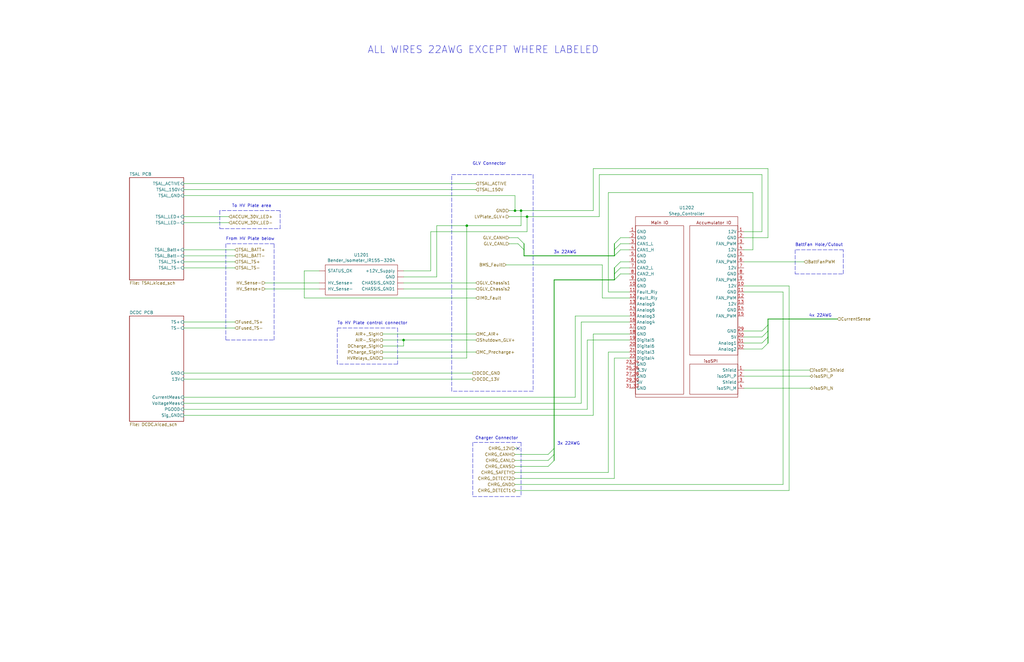
<source format=kicad_sch>
(kicad_sch (version 20211123) (generator eeschema)
  (paper "B")
  (title_block (title "LV Plate") (date "2023-01-25") (rev "2") (company "Northeastern Electric Racing") (comment 1 "https://github.com/Northeastern-Electric-Racing/NER") (comment 2 "For authors and other info, contact Chief Electrical Engineer"))
  (lib_symbols
    (symbol "NER:Bender_Isometer_IR155-3204" (pin_names (offset 1.016))
      (property "Reference" "U" (at 0 2.54 0))
      (property "Value" "NER_Bender_Isometer_IR155-3204" (at 0 0 0))
      (symbol "Bender_Isometer_IR155-3204_0_1"
        (rectangle (start 15.24 -13.97) (end -15.24 -1.27))
      )
      (symbol "Bender_Isometer_IR155-3204_1_1"
        (pin input line (at 17.78 -3.81 180) (length 2.54) (name "+12V_Supply") (number "~"))
        (pin input line (at 17.78 -11.43 180) (length 2.54) (name "CHASSIS_GND1") (number "~"))
        (pin input line (at 17.78 -8.89 180) (length 2.54) (name "CHASSIS_GND2") (number "~"))
        (pin input line (at 17.78 -6.35 180) (length 2.54) (name "GND") (number "~"))
        (pin input line (at -17.78 -8.89 0) (length 2.54) (name "HV_Sense+") (number "~"))
        (pin input line (at -17.78 -11.43 0) (length 2.54) (name "HV_Sense-") (number "~"))
        (pin output line (at -17.78 -3.81 0) (length 2.54) (name "STATUS_OK") (number "~"))
      )
    )
    (symbol "NER:Shep_Controller"
      (property "Reference" "U" (at 0 5.08 0))
      (property "Value" "Shep_Controller" (at 0 2.54 0))
      (symbol "Shep_Controller_0_0"
        (rectangle (start 1.27 -3.81) (end 21.59 -58.42))
        (text "Accumulator IO" (at 11.43 -2.54 0) (effects (font (size 1.27 1.27))))
        (text "isoSPI" (at 10.16 -60.96 0) (effects (font (size 1.27 1.27))))
        (text "Main IO" (at -11.43 -2.54 0) (effects (font (size 1.27 1.27))))
      )
      (symbol "Shep_Controller_0_1"
        (rectangle (start -21.59 -3.81) (end -1.27 -74.93))
        (rectangle (start -21.59 0) (end 21.59 -76.2))
        (rectangle (start 1.27 -62.23) (end 21.59 -74.93))
      )
      (symbol "Shep_Controller_1_1"
        (pin passive line (at 24.13 -6.35 180) (length 2.54) (name "12V") (number "1"))
        (pin passive line (at -24.13 -6.35 0) (length 2.54) (name "GND") (number "1"))
        (pin passive line (at 24.13 -64.77 180) (length 2.54) (name "Shield") (number "1"))
        (pin passive line (at 24.13 -29.21 180) (length 2.54) (name "12V") (number "10"))
        (pin passive line (at -24.13 -29.21 0) (length 2.54) (name "GND") (number "10"))
        (pin passive line (at -24.13 -31.75 0) (length 2.54) (name "Fault_Rly") (number "11"))
        (pin passive line (at 24.13 -31.75 180) (length 2.54) (name "GND") (number "11"))
        (pin passive line (at 24.13 -34.29 180) (length 2.54) (name "FAN_PWM") (number "12"))
        (pin passive line (at -24.13 -34.29 0) (length 2.54) (name "Fault_Rly") (number "12"))
        (pin passive line (at 24.13 -36.83 180) (length 2.54) (name "12V") (number "13"))
        (pin input line (at -24.13 -36.83 0) (length 2.54) (name "Analog5") (number "13"))
        (pin input line (at -24.13 -39.37 0) (length 2.54) (name "Analog6") (number "14"))
        (pin passive line (at 24.13 -39.37 180) (length 2.54) (name "GND") (number "14"))
        (pin input line (at -24.13 -41.91 0) (length 2.54) (name "Analog3") (number "15"))
        (pin passive line (at 24.13 -41.91 180) (length 2.54) (name "FAN_PWM") (number "15"))
        (pin input line (at -24.13 -44.45 0) (length 2.54) (name "Analog4") (number "16"))
        (pin passive line (at -24.13 -46.99 0) (length 2.54) (name "GND") (number "17"))
        (pin passive line (at -24.13 -49.53 0) (length 2.54) (name "GND") (number "18"))
        (pin bidirectional line (at -24.13 -52.07 0) (length 2.54) (name "Digital5") (number "19"))
        (pin passive line (at -24.13 -8.89 0) (length 2.54) (name "GND") (number "2"))
        (pin passive line (at 24.13 -8.89 180) (length 2.54) (name "GND") (number "2"))
        (pin passive line (at 24.13 -67.31 180) (length 2.54) (name "isoSPI_P") (number "2"))
        (pin bidirectional line (at -24.13 -54.61 0) (length 2.54) (name "Digital6") (number "20"))
        (pin bidirectional line (at -24.13 -57.15 0) (length 2.54) (name "Digital3") (number "21"))
        (pin bidirectional line (at -24.13 -59.69 0) (length 2.54) (name "Digital4") (number "22"))
        (pin passive line (at -24.13 -62.23 0) (length 2.54) (name "GND") (number "23,24"))
        (pin output line (at -24.13 -64.77 0) (length 2.54) (name "3.3V") (number "25,26"))
        (pin passive line (at -24.13 -67.31 0) (length 2.54) (name "GND") (number "27,28"))
        (pin passive line (at 24.13 -48.26 180) (length 2.54) (name "GND") (number "29"))
        (pin output line (at -24.13 -69.85 0) (length 2.54) (name "5V") (number "29,30"))
        (pin passive line (at -24.13 -11.43 0) (length 2.54) (name "CAN1_L") (number "3"))
        (pin passive line (at 24.13 -11.43 180) (length 2.54) (name "FAN_PWM") (number "3"))
        (pin passive line (at 24.13 -69.85 180) (length 2.54) (name "Shield") (number "3"))
        (pin passive line (at 24.13 -50.8 180) (length 2.54) (name "5V") (number "30"))
        (pin passive line (at 24.13 -53.34 180) (length 2.54) (name "Analog1") (number "31"))
        (pin passive line (at -24.13 -72.39 0) (length 2.54) (name "GND") (number "31,32"))
        (pin passive line (at 24.13 -55.88 180) (length 2.54) (name "Analog2") (number "32"))
        (pin passive line (at 24.13 -13.97 180) (length 2.54) (name "12V") (number "4"))
        (pin passive line (at -24.13 -13.97 0) (length 2.54) (name "CAN1_H") (number "4"))
        (pin passive line (at 24.13 -72.39 180) (length 2.54) (name "isoSPI_M") (number "4"))
        (pin passive line (at -24.13 -16.51 0) (length 2.54) (name "GND") (number "5"))
        (pin passive line (at 24.13 -16.51 180) (length 2.54) (name "GND") (number "5"))
        (pin passive line (at 24.13 -19.05 180) (length 2.54) (name "FAN_PWM") (number "6"))
        (pin passive line (at -24.13 -19.05 0) (length 2.54) (name "GND") (number "6"))
        (pin passive line (at 24.13 -21.59 180) (length 2.54) (name "12V") (number "7"))
        (pin passive line (at -24.13 -21.59 0) (length 2.54) (name "CAN2_L") (number "7"))
        (pin passive line (at -24.13 -24.13 0) (length 2.54) (name "CAN2_H") (number "8"))
        (pin passive line (at 24.13 -24.13 180) (length 2.54) (name "GND") (number "8"))
        (pin passive line (at 24.13 -26.67 180) (length 2.54) (name "FAN_PWM") (number "9"))
        (pin passive line (at -24.13 -26.67 0) (length 2.54) (name "GND") (number "9"))
      )
    )
  )
  (junction (at 219.71 88.9))
  (junction (at 222.25 91.44))
  (junction (at 217.17 88.9))
  (junction (at 170.18 143.51))
  (junction (at 196.85 95.25))
  (no_connect (at 218.44 189.23))
  (bus_entry (at 261.62 100.33) (size -2.54 2.54))
  (bus_entry (at 261.62 115.57) (size -2.54 2.54))
  (bus_entry (at 321.31 147.32) (size 2.54 -2.54))
  (bus_entry (at 218.44 102.87) (size 2.54 2.54))
  (bus_entry (at 218.44 100.33) (size 2.54 2.54))
  (bus_entry (at 231.14 194.31) (size 2.54 -2.54))
  (bus_entry (at 321.31 144.78) (size 2.54 -2.54))
  (bus_entry (at 321.31 139.7) (size 2.54 -2.54))
  (bus_entry (at 261.62 102.87) (size -2.54 2.54))
  (bus_entry (at 231.14 191.77) (size 2.54 -2.54))
  (bus_entry (at 261.62 110.49) (size -2.54 2.54))
  (bus_entry (at 261.62 113.03) (size -2.54 2.54))
  (bus_entry (at 261.62 105.41) (size -2.54 2.54))
  (bus_entry (at 231.14 196.85) (size 2.54 -2.54))
  (bus_entry (at 321.31 142.24) (size 2.54 -2.54))
  (polyline (pts (xy 224.79 165.1) (xy 190.5 165.1)))
  (bus (pts (xy 323.85 142.24) (xy 323.85 139.7)) (stroke (width 0) (color 0 150 0 1)))
  (wire (pts (xy 217.17 204.47) (xy 330.2 204.47)))
  (wire (pts (xy 254 125.73) (xy 254 111.76)))
  (bus (pts (xy 323.85 144.78) (xy 323.85 142.24)) (stroke (width 0) (color 0 150 0 1)))
  (wire (pts (xy 250.19 140.97) (xy 265.43 140.97)))
  (polyline (pts (xy 167.64 138.43) (xy 167.64 153.67)))
  (wire (pts (xy 111.76 119.38) (xy 134.62 119.38)))
  (wire (pts (xy 217.17 189.23) (xy 218.44 189.23)))
  (wire (pts (xy 217.17 201.93) (xy 259.08 201.93)))
  (wire (pts (xy 219.71 88.9) (xy 219.71 95.25)))
  (wire (pts (xy 265.43 115.57) (xy 261.62 115.57)))
  (wire (pts (xy 217.17 88.9) (xy 219.71 88.9)))
  (wire (pts (xy 111.76 121.92) (xy 134.62 121.92)))
  (wire (pts (xy 77.47 172.72) (xy 247.65 172.72)))
  (polyline (pts (xy 95.25 143.51) (xy 115.57 143.51)))
  (polyline (pts (xy 92.71 96.52) (xy 118.11 96.52)))
  (wire (pts (xy 170.18 146.05) (xy 170.18 143.51)))
  (wire (pts (xy 321.31 73.66) (xy 321.31 97.79)))
  (wire (pts (xy 254 125.73) (xy 265.43 125.73)))
  (wire (pts (xy 242.57 167.64) (xy 242.57 133.35)))
  (polyline (pts (xy 167.64 153.67) (xy 142.24 153.67)))
  (wire (pts (xy 77.47 157.48) (xy 199.39 157.48)))
  (wire (pts (xy 214.63 88.9) (xy 217.17 88.9)))
  (wire (pts (xy 254 111.76) (xy 213.36 111.76)))
  (wire (pts (xy 134.62 114.3) (xy 128.27 114.3)))
  (wire (pts (xy 313.69 158.75) (xy 341.63 158.75)))
  (wire (pts (xy 265.43 105.41) (xy 261.62 105.41)))
  (wire (pts (xy 321.31 147.32) (xy 313.69 147.32)))
  (wire (pts (xy 265.43 113.03) (xy 261.62 113.03)))
  (bus (pts (xy 220.98 105.41) (xy 220.98 107.95)) (stroke (width 0) (color 0 150 0 1)))
  (wire (pts (xy 217.17 191.77) (xy 231.14 191.77)))
  (polyline (pts (xy 92.71 88.9) (xy 92.71 96.52)))
  (bus (pts (xy 233.68 191.77) (xy 233.68 189.23)) (stroke (width 0) (color 0 150 0 1)))
  (wire (pts (xy 252.73 91.44) (xy 222.25 91.44)))
  (wire (pts (xy 259.08 151.13) (xy 259.08 201.93)))
  (wire (pts (xy 256.54 199.39) (xy 256.54 148.59)))
  (wire (pts (xy 242.57 133.35) (xy 265.43 133.35)))
  (polyline (pts (xy 355.6 115.57) (xy 355.6 105.41)))
  (wire (pts (xy 181.61 97.79) (xy 222.25 97.79)))
  (wire (pts (xy 170.18 121.92) (xy 200.66 121.92)))
  (wire (pts (xy 77.47 107.95) (xy 99.06 107.95)))
  (wire (pts (xy 247.65 172.72) (xy 247.65 143.51)))
  (polyline (pts (xy 142.24 138.43) (xy 167.64 138.43)))
  (wire (pts (xy 77.47 138.43) (xy 99.06 138.43)))
  (wire (pts (xy 265.43 110.49) (xy 261.62 110.49)))
  (bus (pts (xy 220.98 107.95) (xy 259.08 107.95)) (stroke (width 0) (color 0 150 0 1)))
  (wire (pts (xy 77.47 175.26) (xy 250.19 175.26)))
  (wire (pts (xy 217.17 199.39) (xy 256.54 199.39)))
  (wire (pts (xy 217.17 194.31) (xy 231.14 194.31)))
  (polyline (pts (xy 115.57 102.87) (xy 95.25 102.87)))
  (polyline (pts (xy 199.39 209.55) (xy 219.71 209.55)))
  (wire (pts (xy 96.52 93.98) (xy 77.47 93.98)))
  (wire (pts (xy 252.73 73.66) (xy 252.73 91.44)))
  (bus (pts (xy 323.85 139.7) (xy 323.85 137.16)) (stroke (width 0) (color 0 150 0 1)))
  (wire (pts (xy 323.85 71.12) (xy 323.85 100.33)))
  (wire (pts (xy 256.54 81.28) (xy 317.5 81.28)))
  (wire (pts (xy 128.27 125.73) (xy 200.66 125.73)))
  (wire (pts (xy 313.69 156.21) (xy 341.63 156.21)))
  (wire (pts (xy 217.17 196.85) (xy 231.14 196.85)))
  (wire (pts (xy 214.63 100.33) (xy 218.44 100.33)))
  (polyline (pts (xy 95.25 102.87) (xy 95.25 143.51)))
  (wire (pts (xy 323.85 100.33) (xy 313.69 100.33)))
  (polyline (pts (xy 142.24 153.67) (xy 142.24 138.43)))
  (wire (pts (xy 256.54 123.19) (xy 265.43 123.19)))
  (polyline (pts (xy 118.11 88.9) (xy 92.71 88.9)))
  (wire (pts (xy 77.47 80.01) (xy 200.66 80.01)))
  (wire (pts (xy 219.71 88.9) (xy 250.19 88.9)))
  (wire (pts (xy 161.29 146.05) (xy 170.18 146.05)))
  (wire (pts (xy 161.29 151.13) (xy 196.85 151.13)))
  (wire (pts (xy 252.73 73.66) (xy 321.31 73.66)))
  (wire (pts (xy 181.61 114.3) (xy 170.18 114.3)))
  (wire (pts (xy 317.5 81.28) (xy 317.5 105.41)))
  (wire (pts (xy 313.69 123.19) (xy 330.2 123.19)))
  (polyline (pts (xy 118.11 96.52) (xy 118.11 88.9)))
  (wire (pts (xy 217.17 82.55) (xy 217.17 88.9)))
  (wire (pts (xy 245.11 170.18) (xy 245.11 135.89)))
  (wire (pts (xy 161.29 148.59) (xy 200.66 148.59)))
  (wire (pts (xy 161.29 140.97) (xy 200.66 140.97)))
  (wire (pts (xy 332.74 207.01) (xy 332.74 120.65)))
  (wire (pts (xy 313.69 142.24) (xy 321.31 142.24)))
  (wire (pts (xy 313.69 110.49) (xy 339.09 110.49)))
  (wire (pts (xy 77.47 160.02) (xy 199.39 160.02)))
  (wire (pts (xy 181.61 97.79) (xy 181.61 114.3)))
  (wire (pts (xy 330.2 204.47) (xy 330.2 123.19)))
  (wire (pts (xy 184.15 116.84) (xy 184.15 95.25)))
  (wire (pts (xy 77.47 105.41) (xy 99.06 105.41)))
  (polyline (pts (xy 199.39 186.69) (xy 199.39 209.55)))
  (polyline (pts (xy 335.28 105.41) (xy 335.28 115.57)))
  (wire (pts (xy 250.19 175.26) (xy 250.19 140.97)))
  (polyline (pts (xy 219.71 186.69) (xy 219.71 209.55)))
  (wire (pts (xy 214.63 102.87) (xy 218.44 102.87)))
  (bus (pts (xy 233.68 194.31) (xy 233.68 191.77)) (stroke (width 0) (color 0 150 0 1)))
  (wire (pts (xy 317.5 105.41) (xy 313.69 105.41)))
  (wire (pts (xy 313.69 120.65) (xy 332.74 120.65)))
  (wire (pts (xy 250.19 71.12) (xy 323.85 71.12)))
  (wire (pts (xy 196.85 95.25) (xy 184.15 95.25)))
  (wire (pts (xy 219.71 95.25) (xy 196.85 95.25)))
  (wire (pts (xy 170.18 116.84) (xy 184.15 116.84)))
  (wire (pts (xy 128.27 114.3) (xy 128.27 125.73)))
  (wire (pts (xy 77.47 113.03) (xy 99.06 113.03)))
  (wire (pts (xy 256.54 148.59) (xy 265.43 148.59)))
  (wire (pts (xy 313.69 163.83) (xy 341.63 163.83)))
  (wire (pts (xy 77.47 170.18) (xy 245.11 170.18)))
  (wire (pts (xy 256.54 123.19) (xy 256.54 81.28)))
  (wire (pts (xy 217.17 207.01) (xy 332.74 207.01)))
  (bus (pts (xy 259.08 113.03) (xy 259.08 115.57)) (stroke (width 0) (color 0 150 0 1)))
  (polyline (pts (xy 115.57 143.51) (xy 115.57 102.87)))
  (wire (pts (xy 245.11 135.89) (xy 265.43 135.89)))
  (bus (pts (xy 220.98 102.87) (xy 220.98 105.41)) (stroke (width 0) (color 0 150 0 1)))
  (bus (pts (xy 233.68 189.23) (xy 233.68 118.11)) (stroke (width 0) (color 0 150 0 1)))
  (bus (pts (xy 259.08 115.57) (xy 259.08 118.11)) (stroke (width 0) (color 0 150 0 1)))
  (wire (pts (xy 250.19 71.12) (xy 250.19 88.9)))
  (polyline (pts (xy 224.79 73.66) (xy 224.79 165.1)))
  (wire (pts (xy 259.08 151.13) (xy 265.43 151.13)))
  (polyline (pts (xy 335.28 115.57) (xy 355.6 115.57)))
  (wire (pts (xy 161.29 143.51) (xy 170.18 143.51)))
  (polyline (pts (xy 190.5 165.1) (xy 190.5 73.66)))
  (bus (pts (xy 259.08 102.87) (xy 259.08 105.41)) (stroke (width 0) (color 0 150 0 1)))
  (polyline (pts (xy 355.6 105.41) (xy 335.28 105.41)))
  (polyline (pts (xy 190.5 73.66) (xy 224.79 73.66)))
  (wire (pts (xy 77.47 91.44) (xy 96.52 91.44)))
  (wire (pts (xy 196.85 151.13) (xy 196.85 95.25)))
  (wire (pts (xy 77.47 167.64) (xy 242.57 167.64)))
  (bus (pts (xy 259.08 105.41) (xy 259.08 107.95)) (stroke (width 0) (color 0 150 0 1)))
  (bus (pts (xy 353.06 134.62) (xy 323.85 134.62)) (stroke (width 0) (color 0 150 0 1)))
  (wire (pts (xy 77.47 135.89) (xy 99.06 135.89)))
  (wire (pts (xy 321.31 97.79) (xy 313.69 97.79)))
  (bus (pts (xy 323.85 137.16) (xy 323.85 134.62)) (stroke (width 0) (color 0 150 0 1)))
  (wire (pts (xy 222.25 91.44) (xy 214.63 91.44)))
  (wire (pts (xy 77.47 77.47) (xy 200.66 77.47)))
  (wire (pts (xy 77.47 110.49) (xy 99.06 110.49)))
  (wire (pts (xy 313.69 139.7) (xy 321.31 139.7)))
  (wire (pts (xy 321.31 144.78) (xy 313.69 144.78)))
  (wire (pts (xy 265.43 102.87) (xy 261.62 102.87)))
  (bus (pts (xy 259.08 118.11) (xy 233.68 118.11)) (stroke (width 0) (color 0 150 0 1)))
  (wire (pts (xy 170.18 119.38) (xy 200.66 119.38)))
  (wire (pts (xy 247.65 143.51) (xy 265.43 143.51)))
  (wire (pts (xy 170.18 143.51) (xy 200.66 143.51)))
  (wire (pts (xy 222.25 97.79) (xy 222.25 91.44)))
  (polyline (pts (xy 219.71 186.69) (xy 199.39 186.69)))
  (wire (pts (xy 77.47 82.55) (xy 217.17 82.55)))
  (wire (pts (xy 265.43 100.33) (xy 261.62 100.33)))
  (text "ALL WIRES 22AWG EXCEPT WHERE LABELED" (at 154.94 22.86 0) (effects (font (size 3 3)) (justify left bottom)))
  (text "Charger Connector\n" (at 200.4026 185.71 0) (effects (font (size 1.27 1.27)) (justify left bottom)))
  (text "3x 22AWG" (at 234.95 187.96 0) (effects (font (size 1.27 1.27)) (justify left bottom)))
  (text "4x 22AWG" (at 341.1045 133.9474 0) (effects (font (size 1.27 1.27)) (justify left bottom)))
  (text "3x 22AWG" (at 233.4407 107.2319 0) (effects (font (size 1.27 1.27)) (justify left bottom)))
  (text "GLV Connector" (at 213.36 69.85 180) (effects (font (size 1.27 1.27)) (justify right bottom)))
  (text "To HV Plate control connector" (at 142.24 137.16 0) (effects (font (size 1.27 1.27)) (justify left bottom)))
  (text "BattFan Hole/Cutout" (at 335.28 104.14 0) (effects (font (size 1.27 1.27)) (justify left bottom)))
  (text "From HV Plate below" (at 95.25 101.6 0) (effects (font (size 1.27 1.27)) (justify left bottom)))
  (text "To HV Plate area" (at 97.7519 87.6909 0) (effects (font (size 1.27 1.27)) (justify left bottom)))
  (hierarchical_label "isoSPI_P" (shape bidirectional) (at 341.63 158.75 0))
  (hierarchical_label "DCDC_13V" (shape output) (at 199.39 160.02 0))
  (hierarchical_label "GLV_CANH" (shape input) (at 214.63 100.33 180))
  (hierarchical_label "CHRG_CANH" (shape input) (at 217.17 191.77 180))
  (hierarchical_label "Fused_TS-" (shape input) (at 99.06 138.43 0))
  (hierarchical_label "BattFanPWM" (shape input) (at 339.09 110.49 0))
  (hierarchical_label "GLV_Chassis2" (shape input) (at 200.66 121.92 0))
  (hierarchical_label "GND" (shape input) (at 214.63 88.9 180))
  (hierarchical_label "CHRG_DETECT2" (shape input) (at 217.17 201.93 180))
  (hierarchical_label "TSAL_TS+" (shape input) (at 99.06 110.49 0))
  (hierarchical_label "HV_Sense-" (shape input) (at 111.76 119.38 180))
  (hierarchical_label "isoSPI_N" (shape bidirectional) (at 341.63 163.83 0))
  (hierarchical_label "MC_Precharge+" (shape input) (at 200.66 148.59 0))
  (hierarchical_label "HVRelays_GND" (shape passive) (at 161.29 151.13 180))
  (hierarchical_label "HV_Sense+" (shape input) (at 111.76 121.92 180))
  (hierarchical_label "TSAL_ACTIVE" (shape input) (at 200.66 77.47 0))
  (hierarchical_label "AIR+_SigH" (shape output) (at 161.29 140.97 180))
  (hierarchical_label "CHRG_GND" (shape input) (at 217.17 204.47 180))
  (hierarchical_label "BMS_Fault" (shape input) (at 213.36 111.76 180))
  (hierarchical_label "GLV_CANL" (shape input) (at 214.63 102.87 180))
  (hierarchical_label "TSAL_BATT+" (shape input) (at 99.06 105.41 0))
  (hierarchical_label "PCharge_SigH" (shape output) (at 161.29 148.59 180))
  (hierarchical_label "LVPlate_GLV+" (shape input) (at 214.63 91.44 180))
  (hierarchical_label "MC_AIR+" (shape input) (at 200.66 140.97 0))
  (hierarchical_label "ACCUM_30V_LED-" (shape input) (at 96.52 93.98 0))
  (hierarchical_label "TSAL_BATT-" (shape input) (at 99.06 107.95 0))
  (hierarchical_label "isoSPI_Shield" (shape passive) (at 341.63 156.21 0))
  (hierarchical_label "CHRG_12V" (shape input) (at 217.17 189.23 180))
  (hierarchical_label "Fused_TS+" (shape input) (at 99.06 135.89 0))
  (hierarchical_label "GLV_Chassis1" (shape input) (at 200.66 119.38 0))
  (hierarchical_label "CHRG_SAFETY" (shape input) (at 217.17 199.39 180))
  (hierarchical_label "CHRG_CANL" (shape input) (at 217.17 194.31 180))
  (hierarchical_label "TSAL_TS-" (shape input) (at 99.06 113.03 0))
  (hierarchical_label "CurrentSense" (shape input) (at 353.06 134.62 0))
  (hierarchical_label "CHRG_DETECT1" (shape output) (at 217.17 207.01 180))
  (hierarchical_label "CHRG_CANS" (shape input) (at 217.17 196.85 180))
  (hierarchical_label "AIR-_SigH" (shape output) (at 161.29 143.51 180))
  (hierarchical_label "ACCUM_30V_LED+" (shape input) (at 96.52 91.44 0))
  (hierarchical_label "IMD_Fault" (shape input) (at 200.66 125.73 0))
  (hierarchical_label "DCDC_GND" (shape passive) (at 199.39 157.48 0))
  (hierarchical_label "Shutdown_GLV+" (shape input) (at 200.66 143.51 0))
  (hierarchical_label "DCharge_SigH" (shape output) (at 161.29 146.05 180))
  (hierarchical_label "TSAL_150V" (shape input) (at 200.66 80.01 0))
  (symbol (lib_id "NER:Shep_Controller") (at 289.56 91.44 0) (unit 1)
    (property "Reference" "U1202" (at 289.56 87.63 0))
    (property "Value" "Shep_Controller" (at 289.56 90.17 0))
  )
  (symbol (lib_id "NER:Bender_Isometer_IR155-3204") (at 152.4 110.49 0) (unit 1)
    (property "Reference" "U1201" (at 152.4 107.569 0))
    (property "Value" "Bender_Isometer_IR155-3204" (at 152.4 109.8804 0))
  )
  (sheet (at 54.61 133.35) (size 22.86 44.45)
    (property "Sheet name" "DCDC PCB" (at 54.61 132.6384 0) (effects (justify left bottom)))
    (property "Sheet file" "DCDC.kicad_sch" (at 54.61 178.3846 0) (effects (justify left top)))
    (pin "GND" input (at 77.47 157.48 0))
    (pin "TS+" input (at 77.47 135.89 0))
    (pin "TS-" input (at 77.47 138.43 0))
    (pin "13V" input (at 77.47 160.02 0))
    (pin "CurrentMeas" input (at 77.47 167.64 0))
    (pin "VoltageMeas" input (at 77.47 170.18 0))
    (pin "PGOOD" input (at 77.47 172.72 0))
    (pin "Sig_GND" passive (at 77.47 175.26 0))
  )
  (sheet (at 54.61 74.93) (size 22.86 43.18)
    (property "Sheet name" "TSAL PCB" (at 54.61 74.2184 0) (effects (justify left bottom)))
    (property "Sheet file" "TSAL.kicad_sch" (at 54.61 118.6946 0) (effects (justify left top)))
    (pin "TSAL_GND" input (at 77.47 82.55 0))
    (pin "TSAL_Batt+" input (at 77.47 105.41 0))
    (pin "TSAL_Batt-" input (at 77.47 107.95 0))
    (pin "TSAL_TS+" input (at 77.47 110.49 0))
    (pin "TSAL_TS-" input (at 77.47 113.03 0))
    (pin "TSAL_LED+" input (at 77.47 91.44 0))
    (pin "TSAL_LED-" input (at 77.47 93.98 0))
    (pin "TSAL_150V" input (at 77.47 80.01 0))
    (pin "TSAL_ACTIVE" input (at 77.47 77.47 0))
  )
)
</source>
